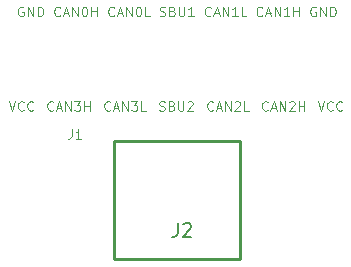
<source format=gbr>
%TF.GenerationSoftware,KiCad,Pcbnew,8.0.1*%
%TF.CreationDate,2024-03-26T16:48:45-04:00*%
%TF.ProjectId,commapogo_male,636f6d6d-6170-46f6-976f-5f6d616c652e,rev?*%
%TF.SameCoordinates,Original*%
%TF.FileFunction,Legend,Top*%
%TF.FilePolarity,Positive*%
%FSLAX46Y46*%
G04 Gerber Fmt 4.6, Leading zero omitted, Abs format (unit mm)*
G04 Created by KiCad (PCBNEW 8.0.1) date 2024-03-26 16:48:45*
%MOMM*%
%LPD*%
G01*
G04 APERTURE LIST*
%ADD10C,0.100000*%
%ADD11C,0.152000*%
%ADD12C,0.254000*%
%ADD13C,3.000000*%
%ADD14C,0.650000*%
%ADD15O,1.000000X1.600000*%
%ADD16O,1.000000X1.800000*%
%ADD17O,1.000000X1.700000*%
%ADD18R,0.300000X1.000000*%
%ADD19C,0.600000*%
%ADD20C,1.828800*%
G04 APERTURE END LIST*
D10*
X-14217576Y776105D02*
X-13950909Y-23895D01*
X-13950909Y-23895D02*
X-13684243Y776105D01*
X-12960433Y52296D02*
X-12998529Y14200D01*
X-12998529Y14200D02*
X-13112814Y-23895D01*
X-13112814Y-23895D02*
X-13189005Y-23895D01*
X-13189005Y-23895D02*
X-13303291Y14200D01*
X-13303291Y14200D02*
X-13379481Y90391D01*
X-13379481Y90391D02*
X-13417576Y166581D01*
X-13417576Y166581D02*
X-13455672Y318962D01*
X-13455672Y318962D02*
X-13455672Y433248D01*
X-13455672Y433248D02*
X-13417576Y585629D01*
X-13417576Y585629D02*
X-13379481Y661820D01*
X-13379481Y661820D02*
X-13303291Y738010D01*
X-13303291Y738010D02*
X-13189005Y776105D01*
X-13189005Y776105D02*
X-13112814Y776105D01*
X-13112814Y776105D02*
X-12998529Y738010D01*
X-12998529Y738010D02*
X-12960433Y699915D01*
X-12160433Y52296D02*
X-12198529Y14200D01*
X-12198529Y14200D02*
X-12312814Y-23895D01*
X-12312814Y-23895D02*
X-12389005Y-23895D01*
X-12389005Y-23895D02*
X-12503291Y14200D01*
X-12503291Y14200D02*
X-12579481Y90391D01*
X-12579481Y90391D02*
X-12617576Y166581D01*
X-12617576Y166581D02*
X-12655672Y318962D01*
X-12655672Y318962D02*
X-12655672Y433248D01*
X-12655672Y433248D02*
X-12617576Y585629D01*
X-12617576Y585629D02*
X-12579481Y661820D01*
X-12579481Y661820D02*
X-12503291Y738010D01*
X-12503291Y738010D02*
X-12389005Y776105D01*
X-12389005Y776105D02*
X-12312814Y776105D01*
X-12312814Y776105D02*
X-12198529Y738010D01*
X-12198529Y738010D02*
X-12160433Y699915D01*
X11768717Y8739010D02*
X11692527Y8777105D01*
X11692527Y8777105D02*
X11578241Y8777105D01*
X11578241Y8777105D02*
X11463955Y8739010D01*
X11463955Y8739010D02*
X11387765Y8662820D01*
X11387765Y8662820D02*
X11349670Y8586629D01*
X11349670Y8586629D02*
X11311574Y8434248D01*
X11311574Y8434248D02*
X11311574Y8319962D01*
X11311574Y8319962D02*
X11349670Y8167581D01*
X11349670Y8167581D02*
X11387765Y8091391D01*
X11387765Y8091391D02*
X11463955Y8015200D01*
X11463955Y8015200D02*
X11578241Y7977105D01*
X11578241Y7977105D02*
X11654432Y7977105D01*
X11654432Y7977105D02*
X11768717Y8015200D01*
X11768717Y8015200D02*
X11806813Y8053296D01*
X11806813Y8053296D02*
X11806813Y8319962D01*
X11806813Y8319962D02*
X11654432Y8319962D01*
X12149670Y7977105D02*
X12149670Y8777105D01*
X12149670Y8777105D02*
X12606813Y7977105D01*
X12606813Y7977105D02*
X12606813Y8777105D01*
X12987765Y7977105D02*
X12987765Y8777105D01*
X12987765Y8777105D02*
X13178241Y8777105D01*
X13178241Y8777105D02*
X13292527Y8739010D01*
X13292527Y8739010D02*
X13368717Y8662820D01*
X13368717Y8662820D02*
X13406812Y8586629D01*
X13406812Y8586629D02*
X13444908Y8434248D01*
X13444908Y8434248D02*
X13444908Y8319962D01*
X13444908Y8319962D02*
X13406812Y8167581D01*
X13406812Y8167581D02*
X13368717Y8091391D01*
X13368717Y8091391D02*
X13292527Y8015200D01*
X13292527Y8015200D02*
X13178241Y7977105D01*
X13178241Y7977105D02*
X12987765Y7977105D01*
D11*
X63714Y-9537869D02*
X63714Y-10354298D01*
X63714Y-10354298D02*
X9285Y-10517583D01*
X9285Y-10517583D02*
X-99572Y-10626441D01*
X-99572Y-10626441D02*
X-262858Y-10680869D01*
X-262858Y-10680869D02*
X-371715Y-10680869D01*
X553571Y-9646726D02*
X607999Y-9592298D01*
X607999Y-9592298D02*
X716857Y-9537869D01*
X716857Y-9537869D02*
X988999Y-9537869D01*
X988999Y-9537869D02*
X1097857Y-9592298D01*
X1097857Y-9592298D02*
X1152285Y-9646726D01*
X1152285Y-9646726D02*
X1206714Y-9755583D01*
X1206714Y-9755583D02*
X1206714Y-9864441D01*
X1206714Y-9864441D02*
X1152285Y-10027726D01*
X1152285Y-10027726D02*
X499142Y-10680869D01*
X499142Y-10680869D02*
X1206714Y-10680869D01*
D10*
X-8902667Y-1596895D02*
X-8902667Y-2168323D01*
X-8902667Y-2168323D02*
X-8940762Y-2282609D01*
X-8940762Y-2282609D02*
X-9016953Y-2358800D01*
X-9016953Y-2358800D02*
X-9131238Y-2396895D01*
X-9131238Y-2396895D02*
X-9207429Y-2396895D01*
X-8102667Y-2396895D02*
X-8559810Y-2396895D01*
X-8331238Y-2396895D02*
X-8331238Y-1596895D01*
X-8331238Y-1596895D02*
X-8407429Y-1711180D01*
X-8407429Y-1711180D02*
X-8483619Y-1787371D01*
X-8483619Y-1787371D02*
X-8559810Y-1825466D01*
X11944424Y776105D02*
X12211091Y-23895D01*
X12211091Y-23895D02*
X12477757Y776105D01*
X13201567Y52296D02*
X13163471Y14200D01*
X13163471Y14200D02*
X13049186Y-23895D01*
X13049186Y-23895D02*
X12972995Y-23895D01*
X12972995Y-23895D02*
X12858709Y14200D01*
X12858709Y14200D02*
X12782519Y90391D01*
X12782519Y90391D02*
X12744424Y166581D01*
X12744424Y166581D02*
X12706328Y318962D01*
X12706328Y318962D02*
X12706328Y433248D01*
X12706328Y433248D02*
X12744424Y585629D01*
X12744424Y585629D02*
X12782519Y661820D01*
X12782519Y661820D02*
X12858709Y738010D01*
X12858709Y738010D02*
X12972995Y776105D01*
X12972995Y776105D02*
X13049186Y776105D01*
X13049186Y776105D02*
X13163471Y738010D01*
X13163471Y738010D02*
X13201567Y699915D01*
X14001567Y52296D02*
X13963471Y14200D01*
X13963471Y14200D02*
X13849186Y-23895D01*
X13849186Y-23895D02*
X13772995Y-23895D01*
X13772995Y-23895D02*
X13658709Y14200D01*
X13658709Y14200D02*
X13582519Y90391D01*
X13582519Y90391D02*
X13544424Y166581D01*
X13544424Y166581D02*
X13506328Y318962D01*
X13506328Y318962D02*
X13506328Y433248D01*
X13506328Y433248D02*
X13544424Y585629D01*
X13544424Y585629D02*
X13582519Y661820D01*
X13582519Y661820D02*
X13658709Y738010D01*
X13658709Y738010D02*
X13772995Y776105D01*
X13772995Y776105D02*
X13849186Y776105D01*
X13849186Y776105D02*
X13963471Y738010D01*
X13963471Y738010D02*
X14001567Y699915D01*
X-10460417Y52296D02*
X-10498513Y14200D01*
X-10498513Y14200D02*
X-10612798Y-23895D01*
X-10612798Y-23895D02*
X-10688989Y-23895D01*
X-10688989Y-23895D02*
X-10803275Y14200D01*
X-10803275Y14200D02*
X-10879465Y90391D01*
X-10879465Y90391D02*
X-10917560Y166581D01*
X-10917560Y166581D02*
X-10955656Y318962D01*
X-10955656Y318962D02*
X-10955656Y433248D01*
X-10955656Y433248D02*
X-10917560Y585629D01*
X-10917560Y585629D02*
X-10879465Y661820D01*
X-10879465Y661820D02*
X-10803275Y738010D01*
X-10803275Y738010D02*
X-10688989Y776105D01*
X-10688989Y776105D02*
X-10612798Y776105D01*
X-10612798Y776105D02*
X-10498513Y738010D01*
X-10498513Y738010D02*
X-10460417Y699915D01*
X-10155656Y204677D02*
X-9774703Y204677D01*
X-10231846Y-23895D02*
X-9965179Y776105D01*
X-9965179Y776105D02*
X-9698513Y-23895D01*
X-9431846Y-23895D02*
X-9431846Y776105D01*
X-9431846Y776105D02*
X-8974703Y-23895D01*
X-8974703Y-23895D02*
X-8974703Y776105D01*
X-8669942Y776105D02*
X-8174704Y776105D01*
X-8174704Y776105D02*
X-8441370Y471343D01*
X-8441370Y471343D02*
X-8327085Y471343D01*
X-8327085Y471343D02*
X-8250894Y433248D01*
X-8250894Y433248D02*
X-8212799Y395153D01*
X-8212799Y395153D02*
X-8174704Y318962D01*
X-8174704Y318962D02*
X-8174704Y128486D01*
X-8174704Y128486D02*
X-8212799Y52296D01*
X-8212799Y52296D02*
X-8250894Y14200D01*
X-8250894Y14200D02*
X-8327085Y-23895D01*
X-8327085Y-23895D02*
X-8555656Y-23895D01*
X-8555656Y-23895D02*
X-8631847Y14200D01*
X-8631847Y14200D02*
X-8669942Y52296D01*
X-7831846Y-23895D02*
X-7831846Y776105D01*
X-7831846Y395153D02*
X-7374703Y395153D01*
X-7374703Y-23895D02*
X-7374703Y776105D01*
X-5312711Y8053296D02*
X-5350807Y8015200D01*
X-5350807Y8015200D02*
X-5465092Y7977105D01*
X-5465092Y7977105D02*
X-5541283Y7977105D01*
X-5541283Y7977105D02*
X-5655569Y8015200D01*
X-5655569Y8015200D02*
X-5731759Y8091391D01*
X-5731759Y8091391D02*
X-5769854Y8167581D01*
X-5769854Y8167581D02*
X-5807950Y8319962D01*
X-5807950Y8319962D02*
X-5807950Y8434248D01*
X-5807950Y8434248D02*
X-5769854Y8586629D01*
X-5769854Y8586629D02*
X-5731759Y8662820D01*
X-5731759Y8662820D02*
X-5655569Y8739010D01*
X-5655569Y8739010D02*
X-5541283Y8777105D01*
X-5541283Y8777105D02*
X-5465092Y8777105D01*
X-5465092Y8777105D02*
X-5350807Y8739010D01*
X-5350807Y8739010D02*
X-5312711Y8700915D01*
X-5007950Y8205677D02*
X-4626997Y8205677D01*
X-5084140Y7977105D02*
X-4817473Y8777105D01*
X-4817473Y8777105D02*
X-4550807Y7977105D01*
X-4284140Y7977105D02*
X-4284140Y8777105D01*
X-4284140Y8777105D02*
X-3826997Y7977105D01*
X-3826997Y7977105D02*
X-3826997Y8777105D01*
X-3293664Y8777105D02*
X-3217474Y8777105D01*
X-3217474Y8777105D02*
X-3141283Y8739010D01*
X-3141283Y8739010D02*
X-3103188Y8700915D01*
X-3103188Y8700915D02*
X-3065093Y8624724D01*
X-3065093Y8624724D02*
X-3026998Y8472343D01*
X-3026998Y8472343D02*
X-3026998Y8281867D01*
X-3026998Y8281867D02*
X-3065093Y8129486D01*
X-3065093Y8129486D02*
X-3103188Y8053296D01*
X-3103188Y8053296D02*
X-3141283Y8015200D01*
X-3141283Y8015200D02*
X-3217474Y7977105D01*
X-3217474Y7977105D02*
X-3293664Y7977105D01*
X-3293664Y7977105D02*
X-3369855Y8015200D01*
X-3369855Y8015200D02*
X-3407950Y8053296D01*
X-3407950Y8053296D02*
X-3446045Y8129486D01*
X-3446045Y8129486D02*
X-3484141Y8281867D01*
X-3484141Y8281867D02*
X-3484141Y8472343D01*
X-3484141Y8472343D02*
X-3446045Y8624724D01*
X-3446045Y8624724D02*
X-3407950Y8700915D01*
X-3407950Y8700915D02*
X-3369855Y8739010D01*
X-3369855Y8739010D02*
X-3293664Y8777105D01*
X-2303188Y7977105D02*
X-2684140Y7977105D01*
X-2684140Y7977105D02*
X-2684140Y8777105D01*
X-1432831Y8015200D02*
X-1318545Y7977105D01*
X-1318545Y7977105D02*
X-1128069Y7977105D01*
X-1128069Y7977105D02*
X-1051878Y8015200D01*
X-1051878Y8015200D02*
X-1013783Y8053296D01*
X-1013783Y8053296D02*
X-975688Y8129486D01*
X-975688Y8129486D02*
X-975688Y8205677D01*
X-975688Y8205677D02*
X-1013783Y8281867D01*
X-1013783Y8281867D02*
X-1051878Y8319962D01*
X-1051878Y8319962D02*
X-1128069Y8358058D01*
X-1128069Y8358058D02*
X-1280450Y8396153D01*
X-1280450Y8396153D02*
X-1356640Y8434248D01*
X-1356640Y8434248D02*
X-1394735Y8472343D01*
X-1394735Y8472343D02*
X-1432831Y8548534D01*
X-1432831Y8548534D02*
X-1432831Y8624724D01*
X-1432831Y8624724D02*
X-1394735Y8700915D01*
X-1394735Y8700915D02*
X-1356640Y8739010D01*
X-1356640Y8739010D02*
X-1280450Y8777105D01*
X-1280450Y8777105D02*
X-1089973Y8777105D01*
X-1089973Y8777105D02*
X-975688Y8739010D01*
X-366164Y8396153D02*
X-251878Y8358058D01*
X-251878Y8358058D02*
X-213783Y8319962D01*
X-213783Y8319962D02*
X-175687Y8243772D01*
X-175687Y8243772D02*
X-175687Y8129486D01*
X-175687Y8129486D02*
X-213783Y8053296D01*
X-213783Y8053296D02*
X-251878Y8015200D01*
X-251878Y8015200D02*
X-328068Y7977105D01*
X-328068Y7977105D02*
X-632830Y7977105D01*
X-632830Y7977105D02*
X-632830Y8777105D01*
X-632830Y8777105D02*
X-366164Y8777105D01*
X-366164Y8777105D02*
X-289973Y8739010D01*
X-289973Y8739010D02*
X-251878Y8700915D01*
X-251878Y8700915D02*
X-213783Y8624724D01*
X-213783Y8624724D02*
X-213783Y8548534D01*
X-213783Y8548534D02*
X-251878Y8472343D01*
X-251878Y8472343D02*
X-289973Y8434248D01*
X-289973Y8434248D02*
X-366164Y8396153D01*
X-366164Y8396153D02*
X-632830Y8396153D01*
X167170Y8777105D02*
X167170Y8129486D01*
X167170Y8129486D02*
X205265Y8053296D01*
X205265Y8053296D02*
X243360Y8015200D01*
X243360Y8015200D02*
X319551Y7977105D01*
X319551Y7977105D02*
X471932Y7977105D01*
X471932Y7977105D02*
X548122Y8015200D01*
X548122Y8015200D02*
X586217Y8053296D01*
X586217Y8053296D02*
X624313Y8129486D01*
X624313Y8129486D02*
X624313Y8777105D01*
X1424312Y7977105D02*
X967169Y7977105D01*
X1195741Y7977105D02*
X1195741Y8777105D01*
X1195741Y8777105D02*
X1119550Y8662820D01*
X1119550Y8662820D02*
X1043360Y8586629D01*
X1043360Y8586629D02*
X967169Y8548534D01*
X-12996283Y8739010D02*
X-13072473Y8777105D01*
X-13072473Y8777105D02*
X-13186759Y8777105D01*
X-13186759Y8777105D02*
X-13301045Y8739010D01*
X-13301045Y8739010D02*
X-13377235Y8662820D01*
X-13377235Y8662820D02*
X-13415330Y8586629D01*
X-13415330Y8586629D02*
X-13453426Y8434248D01*
X-13453426Y8434248D02*
X-13453426Y8319962D01*
X-13453426Y8319962D02*
X-13415330Y8167581D01*
X-13415330Y8167581D02*
X-13377235Y8091391D01*
X-13377235Y8091391D02*
X-13301045Y8015200D01*
X-13301045Y8015200D02*
X-13186759Y7977105D01*
X-13186759Y7977105D02*
X-13110568Y7977105D01*
X-13110568Y7977105D02*
X-12996283Y8015200D01*
X-12996283Y8015200D02*
X-12958187Y8053296D01*
X-12958187Y8053296D02*
X-12958187Y8319962D01*
X-12958187Y8319962D02*
X-13110568Y8319962D01*
X-12615330Y7977105D02*
X-12615330Y8777105D01*
X-12615330Y8777105D02*
X-12158187Y7977105D01*
X-12158187Y7977105D02*
X-12158187Y8777105D01*
X-11777235Y7977105D02*
X-11777235Y8777105D01*
X-11777235Y8777105D02*
X-11586759Y8777105D01*
X-11586759Y8777105D02*
X-11472473Y8739010D01*
X-11472473Y8739010D02*
X-11396283Y8662820D01*
X-11396283Y8662820D02*
X-11358188Y8586629D01*
X-11358188Y8586629D02*
X-11320092Y8434248D01*
X-11320092Y8434248D02*
X-11320092Y8319962D01*
X-11320092Y8319962D02*
X-11358188Y8167581D01*
X-11358188Y8167581D02*
X-11396283Y8091391D01*
X-11396283Y8091391D02*
X-11472473Y8015200D01*
X-11472473Y8015200D02*
X-11586759Y7977105D01*
X-11586759Y7977105D02*
X-11777235Y7977105D01*
X-1498482Y14200D02*
X-1384196Y-23895D01*
X-1384196Y-23895D02*
X-1193720Y-23895D01*
X-1193720Y-23895D02*
X-1117529Y14200D01*
X-1117529Y14200D02*
X-1079434Y52296D01*
X-1079434Y52296D02*
X-1041339Y128486D01*
X-1041339Y128486D02*
X-1041339Y204677D01*
X-1041339Y204677D02*
X-1079434Y280867D01*
X-1079434Y280867D02*
X-1117529Y318962D01*
X-1117529Y318962D02*
X-1193720Y357058D01*
X-1193720Y357058D02*
X-1346101Y395153D01*
X-1346101Y395153D02*
X-1422291Y433248D01*
X-1422291Y433248D02*
X-1460386Y471343D01*
X-1460386Y471343D02*
X-1498482Y547534D01*
X-1498482Y547534D02*
X-1498482Y623724D01*
X-1498482Y623724D02*
X-1460386Y699915D01*
X-1460386Y699915D02*
X-1422291Y738010D01*
X-1422291Y738010D02*
X-1346101Y776105D01*
X-1346101Y776105D02*
X-1155624Y776105D01*
X-1155624Y776105D02*
X-1041339Y738010D01*
X-431815Y395153D02*
X-317529Y357058D01*
X-317529Y357058D02*
X-279434Y318962D01*
X-279434Y318962D02*
X-241338Y242772D01*
X-241338Y242772D02*
X-241338Y128486D01*
X-241338Y128486D02*
X-279434Y52296D01*
X-279434Y52296D02*
X-317529Y14200D01*
X-317529Y14200D02*
X-393719Y-23895D01*
X-393719Y-23895D02*
X-698481Y-23895D01*
X-698481Y-23895D02*
X-698481Y776105D01*
X-698481Y776105D02*
X-431815Y776105D01*
X-431815Y776105D02*
X-355624Y738010D01*
X-355624Y738010D02*
X-317529Y699915D01*
X-317529Y699915D02*
X-279434Y623724D01*
X-279434Y623724D02*
X-279434Y547534D01*
X-279434Y547534D02*
X-317529Y471343D01*
X-317529Y471343D02*
X-355624Y433248D01*
X-355624Y433248D02*
X-431815Y395153D01*
X-431815Y395153D02*
X-698481Y395153D01*
X101519Y776105D02*
X101519Y128486D01*
X101519Y128486D02*
X139614Y52296D01*
X139614Y52296D02*
X177709Y14200D01*
X177709Y14200D02*
X253900Y-23895D01*
X253900Y-23895D02*
X406281Y-23895D01*
X406281Y-23895D02*
X482471Y14200D01*
X482471Y14200D02*
X520566Y52296D01*
X520566Y52296D02*
X558662Y128486D01*
X558662Y128486D02*
X558662Y776105D01*
X901518Y699915D02*
X939614Y738010D01*
X939614Y738010D02*
X1015804Y776105D01*
X1015804Y776105D02*
X1206280Y776105D01*
X1206280Y776105D02*
X1282471Y738010D01*
X1282471Y738010D02*
X1320566Y699915D01*
X1320566Y699915D02*
X1358661Y623724D01*
X1358661Y623724D02*
X1358661Y547534D01*
X1358661Y547534D02*
X1320566Y433248D01*
X1320566Y433248D02*
X863423Y-23895D01*
X863423Y-23895D02*
X1358661Y-23895D01*
X7692027Y52296D02*
X7653931Y14200D01*
X7653931Y14200D02*
X7539646Y-23895D01*
X7539646Y-23895D02*
X7463455Y-23895D01*
X7463455Y-23895D02*
X7349169Y14200D01*
X7349169Y14200D02*
X7272979Y90391D01*
X7272979Y90391D02*
X7234884Y166581D01*
X7234884Y166581D02*
X7196788Y318962D01*
X7196788Y318962D02*
X7196788Y433248D01*
X7196788Y433248D02*
X7234884Y585629D01*
X7234884Y585629D02*
X7272979Y661820D01*
X7272979Y661820D02*
X7349169Y738010D01*
X7349169Y738010D02*
X7463455Y776105D01*
X7463455Y776105D02*
X7539646Y776105D01*
X7539646Y776105D02*
X7653931Y738010D01*
X7653931Y738010D02*
X7692027Y699915D01*
X7996788Y204677D02*
X8377741Y204677D01*
X7920598Y-23895D02*
X8187265Y776105D01*
X8187265Y776105D02*
X8453931Y-23895D01*
X8720598Y-23895D02*
X8720598Y776105D01*
X8720598Y776105D02*
X9177741Y-23895D01*
X9177741Y-23895D02*
X9177741Y776105D01*
X9520597Y699915D02*
X9558693Y738010D01*
X9558693Y738010D02*
X9634883Y776105D01*
X9634883Y776105D02*
X9825359Y776105D01*
X9825359Y776105D02*
X9901550Y738010D01*
X9901550Y738010D02*
X9939645Y699915D01*
X9939645Y699915D02*
X9977740Y623724D01*
X9977740Y623724D02*
X9977740Y547534D01*
X9977740Y547534D02*
X9939645Y433248D01*
X9939645Y433248D02*
X9482502Y-23895D01*
X9482502Y-23895D02*
X9977740Y-23895D01*
X10320598Y-23895D02*
X10320598Y776105D01*
X10320598Y395153D02*
X10777741Y395153D01*
X10777741Y-23895D02*
X10777741Y776105D01*
X-9878306Y8053296D02*
X-9916402Y8015200D01*
X-9916402Y8015200D02*
X-10030687Y7977105D01*
X-10030687Y7977105D02*
X-10106878Y7977105D01*
X-10106878Y7977105D02*
X-10221164Y8015200D01*
X-10221164Y8015200D02*
X-10297354Y8091391D01*
X-10297354Y8091391D02*
X-10335449Y8167581D01*
X-10335449Y8167581D02*
X-10373545Y8319962D01*
X-10373545Y8319962D02*
X-10373545Y8434248D01*
X-10373545Y8434248D02*
X-10335449Y8586629D01*
X-10335449Y8586629D02*
X-10297354Y8662820D01*
X-10297354Y8662820D02*
X-10221164Y8739010D01*
X-10221164Y8739010D02*
X-10106878Y8777105D01*
X-10106878Y8777105D02*
X-10030687Y8777105D01*
X-10030687Y8777105D02*
X-9916402Y8739010D01*
X-9916402Y8739010D02*
X-9878306Y8700915D01*
X-9573545Y8205677D02*
X-9192592Y8205677D01*
X-9649735Y7977105D02*
X-9383068Y8777105D01*
X-9383068Y8777105D02*
X-9116402Y7977105D01*
X-8849735Y7977105D02*
X-8849735Y8777105D01*
X-8849735Y8777105D02*
X-8392592Y7977105D01*
X-8392592Y7977105D02*
X-8392592Y8777105D01*
X-7859259Y8777105D02*
X-7783069Y8777105D01*
X-7783069Y8777105D02*
X-7706878Y8739010D01*
X-7706878Y8739010D02*
X-7668783Y8700915D01*
X-7668783Y8700915D02*
X-7630688Y8624724D01*
X-7630688Y8624724D02*
X-7592593Y8472343D01*
X-7592593Y8472343D02*
X-7592593Y8281867D01*
X-7592593Y8281867D02*
X-7630688Y8129486D01*
X-7630688Y8129486D02*
X-7668783Y8053296D01*
X-7668783Y8053296D02*
X-7706878Y8015200D01*
X-7706878Y8015200D02*
X-7783069Y7977105D01*
X-7783069Y7977105D02*
X-7859259Y7977105D01*
X-7859259Y7977105D02*
X-7935450Y8015200D01*
X-7935450Y8015200D02*
X-7973545Y8053296D01*
X-7973545Y8053296D02*
X-8011640Y8129486D01*
X-8011640Y8129486D02*
X-8049736Y8281867D01*
X-8049736Y8281867D02*
X-8049736Y8472343D01*
X-8049736Y8472343D02*
X-8011640Y8624724D01*
X-8011640Y8624724D02*
X-7973545Y8700915D01*
X-7973545Y8700915D02*
X-7935450Y8739010D01*
X-7935450Y8739010D02*
X-7859259Y8777105D01*
X-7249735Y7977105D02*
X-7249735Y8777105D01*
X-7249735Y8396153D02*
X-6792592Y8396153D01*
X-6792592Y7977105D02*
X-6792592Y8777105D01*
X-5636592Y52296D02*
X-5674688Y14200D01*
X-5674688Y14200D02*
X-5788973Y-23895D01*
X-5788973Y-23895D02*
X-5865164Y-23895D01*
X-5865164Y-23895D02*
X-5979450Y14200D01*
X-5979450Y14200D02*
X-6055640Y90391D01*
X-6055640Y90391D02*
X-6093735Y166581D01*
X-6093735Y166581D02*
X-6131831Y318962D01*
X-6131831Y318962D02*
X-6131831Y433248D01*
X-6131831Y433248D02*
X-6093735Y585629D01*
X-6093735Y585629D02*
X-6055640Y661820D01*
X-6055640Y661820D02*
X-5979450Y738010D01*
X-5979450Y738010D02*
X-5865164Y776105D01*
X-5865164Y776105D02*
X-5788973Y776105D01*
X-5788973Y776105D02*
X-5674688Y738010D01*
X-5674688Y738010D02*
X-5636592Y699915D01*
X-5331831Y204677D02*
X-4950878Y204677D01*
X-5408021Y-23895D02*
X-5141354Y776105D01*
X-5141354Y776105D02*
X-4874688Y-23895D01*
X-4608021Y-23895D02*
X-4608021Y776105D01*
X-4608021Y776105D02*
X-4150878Y-23895D01*
X-4150878Y-23895D02*
X-4150878Y776105D01*
X-3846117Y776105D02*
X-3350879Y776105D01*
X-3350879Y776105D02*
X-3617545Y471343D01*
X-3617545Y471343D02*
X-3503260Y471343D01*
X-3503260Y471343D02*
X-3427069Y433248D01*
X-3427069Y433248D02*
X-3388974Y395153D01*
X-3388974Y395153D02*
X-3350879Y318962D01*
X-3350879Y318962D02*
X-3350879Y128486D01*
X-3350879Y128486D02*
X-3388974Y52296D01*
X-3388974Y52296D02*
X-3427069Y14200D01*
X-3427069Y14200D02*
X-3503260Y-23895D01*
X-3503260Y-23895D02*
X-3731831Y-23895D01*
X-3731831Y-23895D02*
X-3808022Y14200D01*
X-3808022Y14200D02*
X-3846117Y52296D01*
X-2627069Y-23895D02*
X-3008021Y-23895D01*
X-3008021Y-23895D02*
X-3008021Y776105D01*
X2866099Y8053296D02*
X2828003Y8015200D01*
X2828003Y8015200D02*
X2713718Y7977105D01*
X2713718Y7977105D02*
X2637527Y7977105D01*
X2637527Y7977105D02*
X2523241Y8015200D01*
X2523241Y8015200D02*
X2447051Y8091391D01*
X2447051Y8091391D02*
X2408956Y8167581D01*
X2408956Y8167581D02*
X2370860Y8319962D01*
X2370860Y8319962D02*
X2370860Y8434248D01*
X2370860Y8434248D02*
X2408956Y8586629D01*
X2408956Y8586629D02*
X2447051Y8662820D01*
X2447051Y8662820D02*
X2523241Y8739010D01*
X2523241Y8739010D02*
X2637527Y8777105D01*
X2637527Y8777105D02*
X2713718Y8777105D01*
X2713718Y8777105D02*
X2828003Y8739010D01*
X2828003Y8739010D02*
X2866099Y8700915D01*
X3170860Y8205677D02*
X3551813Y8205677D01*
X3094670Y7977105D02*
X3361337Y8777105D01*
X3361337Y8777105D02*
X3628003Y7977105D01*
X3894670Y7977105D02*
X3894670Y8777105D01*
X3894670Y8777105D02*
X4351813Y7977105D01*
X4351813Y7977105D02*
X4351813Y8777105D01*
X5151812Y7977105D02*
X4694669Y7977105D01*
X4923241Y7977105D02*
X4923241Y8777105D01*
X4923241Y8777105D02*
X4847050Y8662820D01*
X4847050Y8662820D02*
X4770860Y8586629D01*
X4770860Y8586629D02*
X4694669Y8548534D01*
X5875622Y7977105D02*
X5494670Y7977105D01*
X5494670Y7977105D02*
X5494670Y8777105D01*
X3058678Y52296D02*
X3020582Y14200D01*
X3020582Y14200D02*
X2906297Y-23895D01*
X2906297Y-23895D02*
X2830106Y-23895D01*
X2830106Y-23895D02*
X2715820Y14200D01*
X2715820Y14200D02*
X2639630Y90391D01*
X2639630Y90391D02*
X2601535Y166581D01*
X2601535Y166581D02*
X2563439Y318962D01*
X2563439Y318962D02*
X2563439Y433248D01*
X2563439Y433248D02*
X2601535Y585629D01*
X2601535Y585629D02*
X2639630Y661820D01*
X2639630Y661820D02*
X2715820Y738010D01*
X2715820Y738010D02*
X2830106Y776105D01*
X2830106Y776105D02*
X2906297Y776105D01*
X2906297Y776105D02*
X3020582Y738010D01*
X3020582Y738010D02*
X3058678Y699915D01*
X3363439Y204677D02*
X3744392Y204677D01*
X3287249Y-23895D02*
X3553916Y776105D01*
X3553916Y776105D02*
X3820582Y-23895D01*
X4087249Y-23895D02*
X4087249Y776105D01*
X4087249Y776105D02*
X4544392Y-23895D01*
X4544392Y-23895D02*
X4544392Y776105D01*
X4887248Y699915D02*
X4925344Y738010D01*
X4925344Y738010D02*
X5001534Y776105D01*
X5001534Y776105D02*
X5192010Y776105D01*
X5192010Y776105D02*
X5268201Y738010D01*
X5268201Y738010D02*
X5306296Y699915D01*
X5306296Y699915D02*
X5344391Y623724D01*
X5344391Y623724D02*
X5344391Y547534D01*
X5344391Y547534D02*
X5306296Y433248D01*
X5306296Y433248D02*
X4849153Y-23895D01*
X4849153Y-23895D02*
X5344391Y-23895D01*
X6068201Y-23895D02*
X5687249Y-23895D01*
X5687249Y-23895D02*
X5687249Y776105D01*
X7241218Y8053296D02*
X7203122Y8015200D01*
X7203122Y8015200D02*
X7088837Y7977105D01*
X7088837Y7977105D02*
X7012646Y7977105D01*
X7012646Y7977105D02*
X6898360Y8015200D01*
X6898360Y8015200D02*
X6822170Y8091391D01*
X6822170Y8091391D02*
X6784075Y8167581D01*
X6784075Y8167581D02*
X6745979Y8319962D01*
X6745979Y8319962D02*
X6745979Y8434248D01*
X6745979Y8434248D02*
X6784075Y8586629D01*
X6784075Y8586629D02*
X6822170Y8662820D01*
X6822170Y8662820D02*
X6898360Y8739010D01*
X6898360Y8739010D02*
X7012646Y8777105D01*
X7012646Y8777105D02*
X7088837Y8777105D01*
X7088837Y8777105D02*
X7203122Y8739010D01*
X7203122Y8739010D02*
X7241218Y8700915D01*
X7545979Y8205677D02*
X7926932Y8205677D01*
X7469789Y7977105D02*
X7736456Y8777105D01*
X7736456Y8777105D02*
X8003122Y7977105D01*
X8269789Y7977105D02*
X8269789Y8777105D01*
X8269789Y8777105D02*
X8726932Y7977105D01*
X8726932Y7977105D02*
X8726932Y8777105D01*
X9526931Y7977105D02*
X9069788Y7977105D01*
X9298360Y7977105D02*
X9298360Y8777105D01*
X9298360Y8777105D02*
X9222169Y8662820D01*
X9222169Y8662820D02*
X9145979Y8586629D01*
X9145979Y8586629D02*
X9069788Y8548534D01*
X9869789Y7977105D02*
X9869789Y8777105D01*
X9869789Y8396153D02*
X10326932Y8396153D01*
X10326932Y7977105D02*
X10326932Y8777105D01*
D12*
%TO.C,J2*%
X-5334000Y-2592000D02*
X5334000Y-2592000D01*
X-5334000Y-12592000D02*
X-5334000Y-2592000D01*
X5334000Y-2592000D02*
X5334000Y-12592000D01*
X5334000Y-12592000D02*
X-5334000Y-12592000D01*
%TD*%
%LPC*%
D13*
%TO.C,H1*%
X-16637000Y6858000D03*
%TD*%
D14*
%TO.C,J2*%
X-3600000Y-4370000D03*
X3590000Y-4330000D03*
D15*
X-4125000Y-5620000D03*
D16*
X-4485000Y-10010000D03*
X4485000Y-10010000D03*
D17*
X4125000Y-5620000D03*
D18*
X-2750000Y-3810000D03*
X-2250000Y-3810000D03*
X-1750000Y-3810000D03*
X-1250000Y-3810000D03*
X-750000Y-3810000D03*
X-250000Y-3810000D03*
X250000Y-3810000D03*
X750000Y-3810000D03*
X1250000Y-3810000D03*
X1750000Y-3810000D03*
X2250000Y-3810000D03*
X2750000Y-3810000D03*
D19*
X2800000Y-5020000D03*
X2400000Y-5720000D03*
X1600000Y-5720000D03*
X1200000Y-5020000D03*
X800000Y-5720000D03*
X400000Y-5020000D03*
X-400000Y-5020000D03*
X-800000Y-5720000D03*
X-1200000Y-5020000D03*
X-1600000Y-5720000D03*
X-2400000Y-5720000D03*
X-2800000Y-5020000D03*
%TD*%
D13*
%TO.C,H4*%
X8509000Y-8382000D03*
%TD*%
%TO.C,H3*%
X-8509000Y-8382000D03*
%TD*%
%TO.C,H2*%
X16637000Y6858000D03*
%TD*%
D20*
%TO.C,J1*%
X-12192000Y6096000D03*
X-8128000Y6096000D03*
X-4064000Y6096000D03*
X0Y6096000D03*
X4064000Y6096000D03*
X8128000Y6096000D03*
X12192000Y6096000D03*
X-12192000Y2032000D03*
X-8128000Y2032000D03*
X-4064000Y2032000D03*
X0Y2032000D03*
X4064000Y2032000D03*
X8128000Y2032000D03*
X12192000Y2032000D03*
%TD*%
%LPD*%
M02*

</source>
